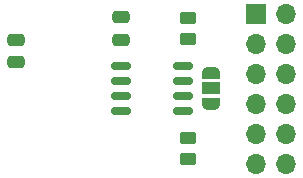
<source format=gbr>
%TF.GenerationSoftware,KiCad,Pcbnew,7.0.10*%
%TF.CreationDate,2024-01-17T19:35:15+01:00*%
%TF.ProjectId,RFM69CW_868,52464d36-3943-4575-9f38-36382e6b6963,rev?*%
%TF.SameCoordinates,Original*%
%TF.FileFunction,Soldermask,Bot*%
%TF.FilePolarity,Negative*%
%FSLAX46Y46*%
G04 Gerber Fmt 4.6, Leading zero omitted, Abs format (unit mm)*
G04 Created by KiCad (PCBNEW 7.0.10) date 2024-01-17 19:35:15*
%MOMM*%
%LPD*%
G01*
G04 APERTURE LIST*
G04 Aperture macros list*
%AMRoundRect*
0 Rectangle with rounded corners*
0 $1 Rounding radius*
0 $2 $3 $4 $5 $6 $7 $8 $9 X,Y pos of 4 corners*
0 Add a 4 corners polygon primitive as box body*
4,1,4,$2,$3,$4,$5,$6,$7,$8,$9,$2,$3,0*
0 Add four circle primitives for the rounded corners*
1,1,$1+$1,$2,$3*
1,1,$1+$1,$4,$5*
1,1,$1+$1,$6,$7*
1,1,$1+$1,$8,$9*
0 Add four rect primitives between the rounded corners*
20,1,$1+$1,$2,$3,$4,$5,0*
20,1,$1+$1,$4,$5,$6,$7,0*
20,1,$1+$1,$6,$7,$8,$9,0*
20,1,$1+$1,$8,$9,$2,$3,0*%
%AMFreePoly0*
4,1,19,0.550000,-0.750000,0.000000,-0.750000,0.000000,-0.744911,-0.071157,-0.744911,-0.207708,-0.704816,-0.327430,-0.627875,-0.420627,-0.520320,-0.479746,-0.390866,-0.500000,-0.250000,-0.500000,0.250000,-0.479746,0.390866,-0.420627,0.520320,-0.327430,0.627875,-0.207708,0.704816,-0.071157,0.744911,0.000000,0.744911,0.000000,0.750000,0.550000,0.750000,0.550000,-0.750000,0.550000,-0.750000,
$1*%
%AMFreePoly1*
4,1,19,0.000000,0.744911,0.071157,0.744911,0.207708,0.704816,0.327430,0.627875,0.420627,0.520320,0.479746,0.390866,0.500000,0.250000,0.500000,-0.250000,0.479746,-0.390866,0.420627,-0.520320,0.327430,-0.627875,0.207708,-0.704816,0.071157,-0.744911,0.000000,-0.744911,0.000000,-0.750000,-0.550000,-0.750000,-0.550000,0.750000,0.000000,0.750000,0.000000,0.744911,0.000000,0.744911,
$1*%
G04 Aperture macros list end*
%ADD10R,1.700000X1.700000*%
%ADD11O,1.700000X1.700000*%
%ADD12FreePoly0,270.000000*%
%ADD13R,1.500000X1.000000*%
%ADD14FreePoly1,270.000000*%
%ADD15RoundRect,0.250000X-0.475000X0.250000X-0.475000X-0.250000X0.475000X-0.250000X0.475000X0.250000X0*%
%ADD16RoundRect,0.250000X0.450000X-0.262500X0.450000X0.262500X-0.450000X0.262500X-0.450000X-0.262500X0*%
%ADD17RoundRect,0.250000X-0.450000X0.262500X-0.450000X-0.262500X0.450000X-0.262500X0.450000X0.262500X0*%
%ADD18RoundRect,0.250000X0.475000X-0.250000X0.475000X0.250000X-0.475000X0.250000X-0.475000X-0.250000X0*%
%ADD19RoundRect,0.150000X0.675000X0.150000X-0.675000X0.150000X-0.675000X-0.150000X0.675000X-0.150000X0*%
G04 APERTURE END LIST*
D10*
%TO.C,J1*%
X149860000Y-43180000D03*
D11*
X152400000Y-43180000D03*
X149860000Y-45720000D03*
X152400000Y-45720000D03*
X149860000Y-48260000D03*
X152400000Y-48260000D03*
X149860000Y-50800000D03*
X152400000Y-50800000D03*
X149860000Y-53340000D03*
X152400000Y-53340000D03*
X149860000Y-55880000D03*
X152400000Y-55880000D03*
%TD*%
D12*
%TO.C,JP1*%
X146050000Y-48200000D03*
D13*
X146050000Y-49500000D03*
D14*
X146050000Y-50800000D03*
%TD*%
D15*
%TO.C,C1*%
X129540000Y-45405000D03*
X129540000Y-47305000D03*
%TD*%
D16*
%TO.C,R2*%
X144145000Y-55522500D03*
X144145000Y-53697500D03*
%TD*%
D17*
%TO.C,R1*%
X144145000Y-43537500D03*
X144145000Y-45362500D03*
%TD*%
D18*
%TO.C,C2*%
X138430000Y-45400000D03*
X138430000Y-43500000D03*
%TD*%
D19*
%TO.C,U2*%
X143680000Y-47625000D03*
X143680000Y-48895000D03*
X143680000Y-50165000D03*
X143680000Y-51435000D03*
X138430000Y-51435000D03*
X138430000Y-50165000D03*
X138430000Y-48895000D03*
X138430000Y-47625000D03*
%TD*%
M02*

</source>
